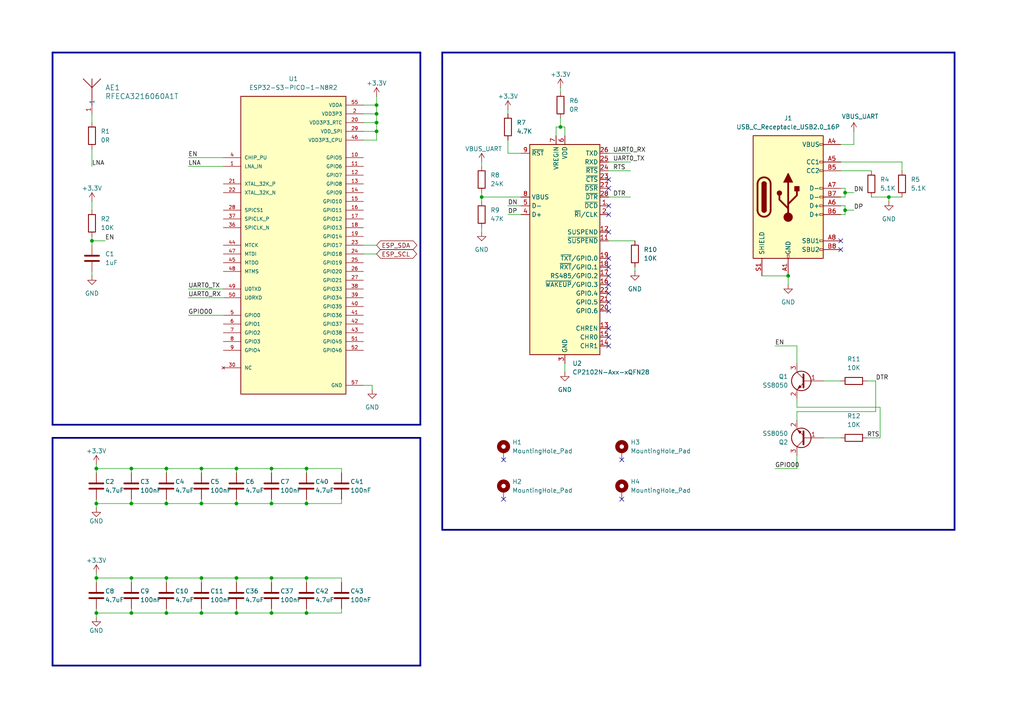
<source format=kicad_sch>
(kicad_sch (version 20250114) (generator "eeschema") (generator_version "9.0")
  (paper "A4")
  (lib_symbols
    (symbol "Connector:USB_C_Receptacle_USB2.0_16P" (pin_names (offset 1.016))
      (property "Reference" "J" (at 0 22.225 0))
      (property "Value" "USB_C_Receptacle_USB2.0_16P" (at 0 19.685 0))
      (symbol "USB_C_Receptacle_USB2.0_16P_0_0"
        (rectangle (start -0.254 -17.78) (end 0.254 -16.764))
        (rectangle (start 10.16 15.494) (end 9.144 14.986))
        (rectangle (start 10.16 10.414) (end 9.144 9.906))
        (rectangle (start 10.16 7.874) (end 9.144 7.366))
        (rectangle (start 10.16 2.794) (end 9.144 2.286))
        (rectangle (start 10.16 0.254) (end 9.144 -0.254))
        (rectangle (start 10.16 -2.286) (end 9.144 -2.794))
        (rectangle (start 10.16 -4.826) (end 9.144 -5.334))
        (rectangle (start 10.16 -12.446) (end 9.144 -12.954))
        (rectangle (start 10.16 -14.986) (end 9.144 -15.494))
      )
      (symbol "USB_C_Receptacle_USB2.0_16P_0_1"
        (rectangle (start -10.16 17.78) (end 10.16 -17.78) (stroke (width 0.254)) (fill (type background)))
        (polyline (pts (xy -8.89 -3.81) (xy -8.89 3.81)) (stroke (width 0.508)))
        (rectangle (start -7.62 -3.81) (end -6.35 3.81) (stroke (width 0.254)) (fill (type outline)))
        (arc (start -7.62 3.81) (mid -6.985 4.4423) (end -6.35 3.81) (stroke (width 0.254)))
        (arc (start -7.62 3.81) (mid -6.985 4.4423) (end -6.35 3.81) (stroke (width 0.254)) (fill (type outline)))
        (arc (start -8.89 3.81) (mid -6.985 5.7067) (end -5.08 3.81) (stroke (width 0.508)))
        (arc (start -5.08 -3.81) (mid -6.985 -5.7067) (end -8.89 -3.81) (stroke (width 0.508)))
        (arc (start -6.35 -3.81) (mid -6.985 -4.4423) (end -7.62 -3.81) (stroke (width 0.254)))
        (arc (start -6.35 -3.81) (mid -6.985 -4.4423) (end -7.62 -3.81) (stroke (width 0.254)) (fill (type outline)))
        (polyline (pts (xy -5.08 3.81) (xy -5.08 -3.81)) (stroke (width 0.508)))
        (circle (center -2.54 1.143) (radius 0.635) (stroke (width 0.254)) (fill (type outline)))
        (polyline (pts (xy -1.27 4.318) (xy 0 6.858) (xy 1.27 4.318) (xy -1.27 4.318)) (stroke (width 0.254)) (fill (type outline)))
        (polyline (pts (xy 0 -2.032) (xy 2.54 0.508) (xy 2.54 1.778)) (stroke (width 0.508)))
        (polyline (pts (xy 0 -3.302) (xy -2.54 -0.762) (xy -2.54 0.508)) (stroke (width 0.508)))
        (polyline (pts (xy 0 -5.842) (xy 0 4.318)) (stroke (width 0.508)))
        (circle (center 0 -5.842) (radius 1.27) (fill (type outline)))
        (rectangle (start 1.905 1.778) (end 3.175 3.048) (stroke (width 0.254)) (fill (type outline)))
      )
      (symbol "USB_C_Receptacle_USB2.0_16P_1_1"
        (pin passive line (at -7.62 -22.86 90) (length 5.08) (name "SHIELD") (number "S1"))
        (pin passive line (at 0 -22.86 90) (length 5.08) (name "GND") (number "A1"))
        (pin passive line (at 0 -22.86 90) (length 5.08) (hide yes) (name "GND") (number "A12"))
        (pin passive line (at 0 -22.86 90) (length 5.08) (hide yes) (name "GND") (number "B1"))
        (pin passive line (at 0 -22.86 90) (length 5.08) (hide yes) (name "GND") (number "B12"))
        (pin passive line (at 15.24 15.24 180) (length 5.08) (name "VBUS") (number "A4"))
        (pin passive line (at 15.24 15.24 180) (length 5.08) (hide yes) (name "VBUS") (number "A9"))
        (pin passive line (at 15.24 15.24 180) (length 5.08) (hide yes) (name "VBUS") (number "B4"))
        (pin passive line (at 15.24 15.24 180) (length 5.08) (hide yes) (name "VBUS") (number "B9"))
        (pin bidirectional line (at 15.24 10.16 180) (length 5.08) (name "CC1") (number "A5"))
        (pin bidirectional line (at 15.24 7.62 180) (length 5.08) (name "CC2") (number "B5"))
        (pin bidirectional line (at 15.24 2.54 180) (length 5.08) (name "D-") (number "A7"))
        (pin bidirectional line (at 15.24 0 180) (length 5.08) (name "D-") (number "B7"))
        (pin bidirectional line (at 15.24 -2.54 180) (length 5.08) (name "D+") (number "A6"))
        (pin bidirectional line (at 15.24 -5.08 180) (length 5.08) (name "D+") (number "B6"))
        (pin bidirectional line (at 15.24 -12.7 180) (length 5.08) (name "SBU1") (number "A8"))
        (pin bidirectional line (at 15.24 -15.24 180) (length 5.08) (name "SBU2") (number "B8"))
      )
    )
    (symbol "Device:C" (pin_numbers (hide yes)) (pin_names (offset 0.254))
      (property "Reference" "C" (at 0.635 2.54 0))
      (property "Value" "C" (at 0.635 -2.54 0))
      (symbol "C_0_1"
        (polyline (pts (xy -2.032 0.762) (xy 2.032 0.762)) (stroke (width 0.508)))
        (polyline (pts (xy -2.032 -0.762) (xy 2.032 -0.762)) (stroke (width 0.508)))
      )
      (symbol "C_1_1"
        (pin passive line (at 0 3.81 270) (length 2.794) (name "~") (number "1"))
        (pin passive line (at 0 -3.81 90) (length 2.794) (name "~") (number "2"))
      )
    )
    (symbol "Device:R" (pin_numbers (hide yes)) (pin_names (offset 0))
      (property "Reference" "R" (at 2.032 0 90))
      (property "Value" "R" (at 0 0 90))
      (symbol "R_0_1"
        (rectangle (start -1.016 -2.54) (end 1.016 2.54) (stroke (width 0.254)))
      )
      (symbol "R_1_1"
        (pin passive line (at 0 3.81 270) (length 1.27) (name "~") (number "1"))
        (pin passive line (at 0 -3.81 90) (length 1.27) (name "~") (number "2"))
      )
    )
    (symbol "ESP32-S3-PICO-1-N8R2:ESP32-S3-PICO-1-N8R2" (pin_names (offset 1.016))
      (property "Reference" "U" (at -15.24 43.942 0))
      (property "Value" "ESP32-S3-PICO-1-N8R2" (at -15.24 -45.72 0))
      (symbol "ESP32-S3-PICO-1-N8R2_0_0"
        (rectangle (start -15.24 -43.18) (end 15.24 43.18) (stroke (width 0.254)) (fill (type background)))
        (pin input line (at -20.32 25.4 0) (length 5.08) (name "CHIP_PU") (number "4"))
        (pin bidirectional line (at -20.32 22.86 0) (length 5.08) (name "LNA_IN") (number "1"))
        (pin bidirectional line (at -20.32 17.78 0) (length 5.08) (name "XTAL_32K_P") (number "21"))
        (pin bidirectional line (at -20.32 15.24 0) (length 5.08) (name "XTAL_32K_N") (number "22"))
        (pin bidirectional line (at -20.32 10.16 0) (length 5.08) (name "SPICS1") (number "28"))
        (pin bidirectional line (at -20.32 7.62 0) (length 5.08) (name "SPICLK_P") (number "37"))
        (pin bidirectional line (at -20.32 5.08 0) (length 5.08) (name "SPICLK_N") (number "36"))
        (pin bidirectional line (at -20.32 0 0) (length 5.08) (name "MTCK") (number "44"))
        (pin bidirectional line (at -20.32 -2.54 0) (length 5.08) (name "MTDI") (number "47"))
        (pin bidirectional line (at -20.32 -5.08 0) (length 5.08) (name "MTDO") (number "45"))
        (pin bidirectional line (at -20.32 -7.62 0) (length 5.08) (name "MTMS") (number "48"))
        (pin bidirectional line (at -20.32 -12.7 0) (length 5.08) (name "U0TXD") (number "49"))
        (pin bidirectional line (at -20.32 -15.24 0) (length 5.08) (name "U0RXD") (number "50"))
        (pin bidirectional line (at -20.32 -20.32 0) (length 5.08) (name "GPIO0") (number "5"))
        (pin bidirectional line (at -20.32 -22.86 0) (length 5.08) (name "GPIO1") (number "6"))
        (pin bidirectional line (at -20.32 -25.4 0) (length 5.08) (name "GPIO2") (number "7"))
        (pin bidirectional line (at -20.32 -27.94 0) (length 5.08) (name "GPIO3") (number "8"))
        (pin bidirectional line (at -20.32 -30.48 0) (length 5.08) (name "GPIO4") (number "9"))
        (pin no_connect line (at -20.32 -35.56 0) (length 5.08) (name "NC") (number "30"))
        (pin no_connect line (at -20.32 -35.56 0) (length 5.08) (hide yes) (name "NC") (number "31"))
        (pin no_connect line (at -20.32 -35.56 0) (length 5.08) (hide yes) (name "NC") (number "32"))
        (pin no_connect line (at -20.32 -35.56 0) (length 5.08) (hide yes) (name "NC") (number "33"))
        (pin no_connect line (at -20.32 -35.56 0) (length 5.08) (hide yes) (name "NC") (number "34"))
        (pin no_connect line (at -20.32 -35.56 0) (length 5.08) (hide yes) (name "NC") (number "35"))
        (pin no_connect line (at -20.32 -35.56 0) (length 5.08) (hide yes) (name "NC") (number "53"))
        (pin no_connect line (at -20.32 -35.56 0) (length 5.08) (hide yes) (name "NC") (number "54"))
        (pin power_in line (at 20.32 40.64 180) (length 5.08) (name "VDDA") (number "55"))
        (pin power_in line (at 20.32 40.64 180) (length 5.08) (hide yes) (name "VDDA") (number "56"))
        (pin power_in line (at 20.32 38.1 180) (length 5.08) (name "VDD3P3") (number "2"))
        (pin power_in line (at 20.32 38.1 180) (length 5.08) (hide yes) (name "VDD3P3") (number "3"))
        (pin power_in line (at 20.32 35.56 180) (length 5.08) (name "VDD3P3_RTC") (number "20"))
        (pin power_in line (at 20.32 33.02 180) (length 5.08) (name "VDD_SPI") (number "29"))
        (pin power_in line (at 20.32 30.48 180) (length 5.08) (name "VDD3P3_CPU") (number "46"))
        (pin bidirectional line (at 20.32 25.4 180) (length 5.08) (name "GPIO5") (number "10"))
        (pin bidirectional line (at 20.32 22.86 180) (length 5.08) (name "GPIO6") (number "11"))
        (pin bidirectional line (at 20.32 20.32 180) (length 5.08) (name "GPIO7") (number "12"))
        (pin bidirectional line (at 20.32 17.78 180) (length 5.08) (name "GPIO8") (number "13"))
        (pin bidirectional line (at 20.32 15.24 180) (length 5.08) (name "GPIO9") (number "14"))
        (pin bidirectional line (at 20.32 12.7 180) (length 5.08) (name "GPIO10") (number "15"))
        (pin bidirectional line (at 20.32 10.16 180) (length 5.08) (name "GPIO11") (number "16"))
        (pin bidirectional line (at 20.32 7.62 180) (length 5.08) (name "GPIO12") (number "17"))
        (pin bidirectional line (at 20.32 5.08 180) (length 5.08) (name "GPIO13") (number "18"))
        (pin bidirectional line (at 20.32 2.54 180) (length 5.08) (name "GPIO14") (number "19"))
        (pin bidirectional line (at 20.32 0 180) (length 5.08) (name "GPIO17") (number "23"))
        (pin bidirectional line (at 20.32 -2.54 180) (length 5.08) (name "GPIO18") (number "24"))
        (pin bidirectional line (at 20.32 -5.08 180) (length 5.08) (name "GPIO19") (number "25"))
        (pin bidirectional line (at 20.32 -7.62 180) (length 5.08) (name "GPIO20") (number "26"))
        (pin bidirectional line (at 20.32 -10.16 180) (length 5.08) (name "GPIO21") (number "27"))
        (pin bidirectional line (at 20.32 -12.7 180) (length 5.08) (name "GPIO33") (number "38"))
        (pin bidirectional line (at 20.32 -15.24 180) (length 5.08) (name "GPIO34") (number "39"))
        (pin bidirectional line (at 20.32 -17.78 180) (length 5.08) (name "GPIO35") (number "40"))
        (pin bidirectional line (at 20.32 -20.32 180) (length 5.08) (name "GPIO36") (number "41"))
        (pin bidirectional line (at 20.32 -22.86 180) (length 5.08) (name "GPIO37") (number "42"))
        (pin bidirectional line (at 20.32 -25.4 180) (length 5.08) (name "GPIO38") (number "43"))
        (pin bidirectional line (at 20.32 -27.94 180) (length 5.08) (name "GPIO45") (number "51"))
        (pin bidirectional line (at 20.32 -30.48 180) (length 5.08) (name "GPIO46") (number "52"))
        (pin power_in line (at 20.32 -40.64 180) (length 5.08) (name "GND") (number "57"))
      )
    )
    (symbol "Interface_USB:CP2102N-Axx-xQFN28"
      (property "Reference" "U" (at -8.89 31.75 0))
      (property "Value" "CP2102N-Axx-xQFN28" (at 12.7 31.75 0))
      (symbol "CP2102N-Axx-xQFN28_0_1"
        (rectangle (start -10.16 30.48) (end 10.16 -30.48) (stroke (width 0.254)) (fill (type background)))
      )
      (symbol "CP2102N-Axx-xQFN28_1_1"
        (pin input line (at -12.7 27.94 0) (length 2.54) (name "~{RST}") (number "9"))
        (pin input line (at -12.7 15.24 0) (length 2.54) (name "VBUS") (number "8"))
        (pin bidirectional line (at -12.7 12.7 0) (length 2.54) (name "D-") (number "5"))
        (pin bidirectional line (at -12.7 10.16 0) (length 2.54) (name "D+") (number "4"))
        (pin no_connect line (at -10.16 -27.94 0) (length 2.54) (hide yes) (name "NC") (number "10"))
        (pin power_in line (at -2.54 33.02 270) (length 2.54) (name "VREGIN") (number "7"))
        (pin power_in line (at 0 33.02 270) (length 2.54) (name "VDD") (number "6"))
        (pin passive line (at 0 -33.02 90) (length 2.54) (hide yes) (name "GND") (number "29"))
        (pin power_in line (at 0 -33.02 90) (length 2.54) (name "GND") (number "3"))
        (pin output line (at 12.7 27.94 180) (length 2.54) (name "TXD") (number "26"))
        (pin input line (at 12.7 25.4 180) (length 2.54) (name "RXD") (number "25"))
        (pin output line (at 12.7 22.86 180) (length 2.54) (name "~{RTS}") (number "24"))
        (pin input line (at 12.7 20.32 180) (length 2.54) (name "~{CTS}") (number "23"))
        (pin input line (at 12.7 17.78 180) (length 2.54) (name "~{DSR}") (number "27"))
        (pin output line (at 12.7 15.24 180) (length 2.54) (name "~{DTR}") (number "28"))
        (pin input line (at 12.7 12.7 180) (length 2.54) (name "~{DCD}") (number "1"))
        (pin bidirectional line (at 12.7 10.16 180) (length 2.54) (name "~{RI}/CLK") (number "2"))
        (pin output line (at 12.7 5.08 180) (length 2.54) (name "SUSPEND") (number "12"))
        (pin output line (at 12.7 2.54 180) (length 2.54) (name "~{SUSPEND}") (number "11"))
        (pin bidirectional line (at 12.7 -2.54 180) (length 2.54) (name "~{TXT}/GPIO.0") (number "19"))
        (pin bidirectional line (at 12.7 -5.08 180) (length 2.54) (name "~{RXT}/GPIO.1") (number "18"))
        (pin bidirectional line (at 12.7 -7.62 180) (length 2.54) (name "RS485/GPIO.2") (number "17"))
        (pin bidirectional line (at 12.7 -10.16 180) (length 2.54) (name "~{WAKEUP}/GPIO.3") (number "16"))
        (pin bidirectional line (at 12.7 -12.7 180) (length 2.54) (name "GPIO.4") (number "22"))
        (pin bidirectional line (at 12.7 -15.24 180) (length 2.54) (name "GPIO.5") (number "21"))
        (pin bidirectional line (at 12.7 -17.78 180) (length 2.54) (name "GPIO.6") (number "20"))
        (pin output line (at 12.7 -22.86 180) (length 2.54) (name "CHREN") (number "13"))
        (pin output line (at 12.7 -25.4 180) (length 2.54) (name "CHR0") (number "15"))
        (pin output line (at 12.7 -27.94 180) (length 2.54) (name "CHR1") (number "14"))
      )
    )
    (symbol "Mechanical:MountingHole_Pad" (pin_numbers (hide yes)) (pin_names (offset 1.016) (hide yes)) (in_bom no)
      (property "Reference" "H" (at 0 6.35 0))
      (property "Value" "MountingHole_Pad" (at 0 4.445 0))
      (symbol "MountingHole_Pad_0_1"
        (circle (center 0 1.27) (radius 1.27) (stroke (width 1.27)))
      )
      (symbol "MountingHole_Pad_1_1"
        (pin input line (at 0 -2.54 90) (length 2.54) (name "1") (number "1"))
      )
    )
    (symbol "Transistor_BJT:SS8050" (pin_names (offset 0) (hide yes))
      (property "Reference" "Q" (at 5.08 1.905 0))
      (property "Value" "SS8050" (at 5.08 0 0))
      (symbol "SS8050_0_1"
        (polyline (pts (xy 0.635 1.905) (xy 0.635 -1.905) (xy 0.635 -1.905)) (stroke (width 0.508)))
        (polyline (pts (xy 0.635 0.635) (xy 2.54 2.54)))
        (polyline (pts (xy 0.635 -0.635) (xy 2.54 -2.54) (xy 2.54 -2.54)))
        (circle (center 1.27 0) (radius 2.8194) (stroke (width 0.254)))
        (polyline (pts (xy 1.27 -1.778) (xy 1.778 -1.27) (xy 2.286 -2.286) (xy 1.27 -1.778) (xy 1.27 -1.778)) (fill (type outline)))
      )
      (symbol "SS8050_1_1"
        (pin input line (at -5.08 0 0) (length 5.715) (name "B") (number "1"))
        (pin passive line (at 2.54 5.08 270) (length 2.54) (name "C") (number "3"))
        (pin passive line (at 2.54 -5.08 90) (length 2.54) (name "E") (number "2"))
      )
    )
    (symbol "power:+3.3V" (power) (pin_numbers (hide yes)) (pin_names (offset 0) (hide yes))
      (property "Value" "+3.3V" (at 0 3.556 0))
      (symbol "+3.3V_0_1"
        (polyline (pts (xy -0.762 1.27) (xy 0 2.54)))
        (polyline (pts (xy 0 2.54) (xy 0.762 1.27)))
        (polyline (pts (xy 0 0) (xy 0 2.54)))
      )
      (symbol "+3.3V_1_1"
        (pin power_in line (at 0 0 90) (length 0) (name "~") (number "1"))
      )
    )
    (symbol "power:GND" (power) (pin_numbers (hide yes)) (pin_names (offset 0) (hide yes))
      (property "Value" "GND" (at 0 -3.81 0))
      (symbol "GND_0_1"
        (polyline (pts (xy 0 0) (xy 0 -1.27) (xy 1.27 -1.27) (xy 0 -2.54) (xy -1.27 -1.27) (xy 0 -1.27)))
      )
      (symbol "GND_1_1"
        (pin power_in line (at 0 0 270) (length 0) (name "~") (number "1"))
      )
    )
    (symbol "power:VBUS" (power) (pin_numbers (hide yes)) (pin_names (offset 0) (hide yes))
      (property "Value" "VBUS" (at 0 3.556 0))
      (symbol "VBUS_0_1"
        (polyline (pts (xy -0.762 1.27) (xy 0 2.54)))
        (polyline (pts (xy 0 2.54) (xy 0.762 1.27)))
        (polyline (pts (xy 0 0) (xy 0 2.54)))
      )
      (symbol "VBUS_1_1"
        (pin power_in line (at 0 0 90) (length 0) (name "~") (number "1"))
      )
    )
    (symbol "ul_RFECA3216060A1T:RFECA3216060A1T" (pin_names (offset 0.254))
      (property "Reference" "AE" (at 2.2606 6.985 0))
      (property "Value" "RFECA3216060A1T" (at 2.2606 3.175 0))
      (symbol "RFECA3216060A1T_0_1"
        (polyline (pts (xy -2.54 10.16) (xy 0 7.62)) (stroke (width 0.2032)))
        (polyline (pts (xy 0 10.16) (xy 0 7.62)) (stroke (width 0.2032)))
        (polyline (pts (xy 0 7.62) (xy 0 2.54)) (stroke (width 0.2032)))
        (polyline (pts (xy 0 7.62) (xy 2.54 10.16)) (stroke (width 0.2032)))
        (pin unspecified line (at 0 0 90) (length 2.54) (name "1") (number "1"))
      )
    )
  )
  (junction (at 139.7 57.15))
  (junction (at 48.26 167.64))
  (junction (at 58.42 135.89))
  (junction (at 78.74 135.89))
  (junction (at 38.1 167.64))
  (junction (at 27.94 167.64))
  (junction (at 27.94 177.8))
  (junction (at 88.9 177.8))
  (junction (at 38.1 135.89))
  (junction (at 68.58 177.8))
  (junction (at 27.94 135.89))
  (junction (at 68.58 135.89))
  (junction (at 58.42 167.64))
  (junction (at 88.9 135.89))
  (junction (at 257.81 57.15))
  (junction (at 48.26 177.8))
  (junction (at 38.1 146.05))
  (junction (at 48.26 146.05))
  (junction (at 27.94 146.05))
  (junction (at 58.42 177.8))
  (junction (at 48.26 135.89))
  (junction (at 68.58 146.05))
  (junction (at 68.58 167.64))
  (junction (at 88.9 167.64))
  (junction (at 109.22 38.1))
  (junction (at 245.11 55.88))
  (junction (at 228.6 80.01))
  (junction (at 26.67 69.85))
  (junction (at 78.74 146.05))
  (junction (at 109.22 33.02))
  (junction (at 162.56 36.83))
  (junction (at 109.22 35.56))
  (junction (at 245.11 60.96))
  (junction (at 78.74 177.8))
  (junction (at 78.74 167.64))
  (junction (at 58.42 146.05))
  (junction (at 88.9 146.05))
  (junction (at 38.1 177.8))
  (junction (at 109.22 30.48))
  (no_connect (at 243.84 72.39))
  (no_connect (at 180.34 144.78))
  (no_connect (at 176.53 54.61))
  (no_connect (at 243.84 69.85))
  (no_connect (at 176.53 90.17))
  (no_connect (at 176.53 85.09))
  (no_connect (at 146.05 133.35))
  (no_connect (at 176.53 59.69))
  (no_connect (at 180.34 133.35))
  (no_connect (at 176.53 52.07))
  (no_connect (at 146.05 144.78))
  (no_connect (at 176.53 80.01))
  (no_connect (at 176.53 100.33))
  (no_connect (at 176.53 82.55))
  (no_connect (at 176.53 97.79))
  (no_connect (at 176.53 74.93))
  (no_connect (at 176.53 87.63))
  (no_connect (at 176.53 95.25))
  (no_connect (at 176.53 67.31))
  (no_connect (at 176.53 62.23))
  (no_connect (at 176.53 77.47))
  (wire (pts (xy 58.42 146.05) (xy 68.58 146.05)))
  (wire (pts (xy 139.7 46.99) (xy 139.7 48.26)))
  (wire (pts (xy 48.26 144.78) (xy 48.26 146.05)))
  (wire (pts (xy 162.56 36.83) (xy 161.29 36.83)))
  (bus (pts (xy 276.86 15.24) (xy 276.86 153.67)) (stroke (width 0.508)))
  (wire (pts (xy 88.9 167.64) (xy 88.9 168.91)))
  (wire (pts (xy 27.94 176.53) (xy 27.94 177.8)))
  (wire (pts (xy 228.6 80.01) (xy 228.6 82.55)))
  (wire (pts (xy 58.42 177.8) (xy 48.26 177.8)))
  (wire (pts (xy 245.11 54.61) (xy 245.11 55.88)))
  (wire (pts (xy 176.53 46.99) (xy 182.88 46.99)))
  (wire (pts (xy 224.79 100.33) (xy 231.14 100.33)))
  (wire (pts (xy 99.06 176.53) (xy 99.06 177.8)))
  (wire (pts (xy 38.1 144.78) (xy 38.1 146.05)))
  (wire (pts (xy 176.53 57.15) (xy 182.88 57.15)))
  (wire (pts (xy 38.1 135.89) (xy 48.26 135.89)))
  (wire (pts (xy 68.58 144.78) (xy 68.58 146.05)))
  (bus (pts (xy 121.92 193.04) (xy 15.24 193.04)) (stroke (width 0.508)))
  (wire (pts (xy 139.7 55.88) (xy 139.7 57.15)))
  (wire (pts (xy 245.11 60.96) (xy 247.65 60.96)))
  (wire (pts (xy 78.74 177.8) (xy 88.9 177.8)))
  (wire (pts (xy 54.61 48.26) (xy 64.77 48.26)))
  (wire (pts (xy 231.14 118.11) (xy 255.27 118.11)))
  (wire (pts (xy 26.67 78.74) (xy 26.67 80.01)))
  (wire (pts (xy 245.11 55.88) (xy 247.65 55.88)))
  (wire (pts (xy 27.94 135.89) (xy 38.1 135.89)))
  (wire (pts (xy 38.1 167.64) (xy 38.1 168.91)))
  (wire (pts (xy 176.53 44.45) (xy 182.88 44.45)))
  (wire (pts (xy 78.74 135.89) (xy 88.9 135.89)))
  (wire (pts (xy 27.94 135.89) (xy 27.94 137.16)))
  (wire (pts (xy 151.13 44.45) (xy 147.32 44.45)))
  (wire (pts (xy 78.74 137.16) (xy 78.74 135.89)))
  (wire (pts (xy 162.56 25.4) (xy 162.56 26.67)))
  (wire (pts (xy 27.94 146.05) (xy 27.94 147.32)))
  (wire (pts (xy 247.65 38.1) (xy 247.65 41.91)))
  (wire (pts (xy 147.32 31.75) (xy 147.32 33.02)))
  (bus (pts (xy 276.86 153.67) (xy 128.27 153.67)) (stroke (width 0.508)))
  (wire (pts (xy 176.53 49.53) (xy 182.88 49.53)))
  (wire (pts (xy 161.29 36.83) (xy 161.29 39.37)))
  (bus (pts (xy 128.27 15.24) (xy 128.27 153.67)) (stroke (width 0.508)))
  (wire (pts (xy 26.67 69.85) (xy 26.67 71.12)))
  (wire (pts (xy 238.76 110.49) (xy 243.84 110.49)))
  (wire (pts (xy 68.58 167.64) (xy 78.74 167.64)))
  (wire (pts (xy 88.9 135.89) (xy 99.06 135.89)))
  (wire (pts (xy 231.14 105.41) (xy 231.14 100.33)))
  (wire (pts (xy 38.1 146.05) (xy 48.26 146.05)))
  (wire (pts (xy 58.42 176.53) (xy 58.42 177.8)))
  (wire (pts (xy 26.67 43.18) (xy 26.67 48.26)))
  (wire (pts (xy 58.42 137.16) (xy 58.42 135.89)))
  (wire (pts (xy 245.11 60.96) (xy 245.11 62.23)))
  (wire (pts (xy 99.06 144.78) (xy 99.06 146.05)))
  (wire (pts (xy 27.94 177.8) (xy 27.94 179.07)))
  (wire (pts (xy 58.42 167.64) (xy 68.58 167.64)))
  (wire (pts (xy 107.95 111.76) (xy 107.95 113.03)))
  (wire (pts (xy 26.67 58.42) (xy 26.67 60.96)))
  (wire (pts (xy 257.81 57.15) (xy 261.62 57.15)))
  (wire (pts (xy 147.32 44.45) (xy 147.32 40.64)))
  (wire (pts (xy 254 119.38) (xy 254 110.49)))
  (wire (pts (xy 255.27 127) (xy 251.46 127)))
  (wire (pts (xy 109.22 33.02) (xy 109.22 30.48)))
  (wire (pts (xy 105.41 30.48) (xy 109.22 30.48)))
  (wire (pts (xy 105.41 33.02) (xy 109.22 33.02)))
  (wire (pts (xy 48.26 176.53) (xy 48.26 177.8)))
  (wire (pts (xy 58.42 135.89) (xy 68.58 135.89)))
  (wire (pts (xy 231.14 121.92) (xy 231.14 119.38)))
  (wire (pts (xy 105.41 73.66) (xy 109.22 73.66)))
  (wire (pts (xy 48.26 135.89) (xy 48.26 137.16)))
  (wire (pts (xy 26.67 68.58) (xy 26.67 69.85)))
  (wire (pts (xy 105.41 38.1) (xy 109.22 38.1)))
  (wire (pts (xy 78.74 176.53) (xy 78.74 177.8)))
  (wire (pts (xy 68.58 135.89) (xy 78.74 135.89)))
  (wire (pts (xy 109.22 30.48) (xy 109.22 27.94)))
  (bus (pts (xy 121.92 123.19) (xy 15.24 123.19)) (stroke (width 0.508)))
  (wire (pts (xy 99.06 137.16) (xy 99.06 135.89)))
  (wire (pts (xy 88.9 144.78) (xy 88.9 146.05)))
  (wire (pts (xy 105.41 71.12) (xy 109.22 71.12)))
  (wire (pts (xy 245.11 55.88) (xy 245.11 57.15)))
  (wire (pts (xy 48.26 167.64) (xy 58.42 167.64)))
  (wire (pts (xy 78.74 146.05) (xy 88.9 146.05)))
  (wire (pts (xy 68.58 167.64) (xy 68.58 168.91)))
  (wire (pts (xy 58.42 168.91) (xy 58.42 167.64)))
  (wire (pts (xy 27.94 166.37) (xy 27.94 167.64)))
  (wire (pts (xy 109.22 40.64) (xy 109.22 38.1)))
  (wire (pts (xy 78.74 167.64) (xy 88.9 167.64)))
  (wire (pts (xy 247.65 41.91) (xy 243.84 41.91)))
  (bus (pts (xy 121.92 127) (xy 121.92 193.04)) (stroke (width 0.508)))
  (wire (pts (xy 27.94 146.05) (xy 38.1 146.05)))
  (wire (pts (xy 58.42 144.78) (xy 58.42 146.05)))
  (wire (pts (xy 68.58 177.8) (xy 78.74 177.8)))
  (wire (pts (xy 78.74 168.91) (xy 78.74 167.64)))
  (wire (pts (xy 139.7 57.15) (xy 139.7 58.42)))
  (wire (pts (xy 27.94 177.8) (xy 38.1 177.8)))
  (wire (pts (xy 68.58 146.05) (xy 78.74 146.05)))
  (wire (pts (xy 163.83 105.41) (xy 163.83 107.95)))
  (wire (pts (xy 162.56 34.29) (xy 162.56 36.83)))
  (wire (pts (xy 88.9 146.05) (xy 99.06 146.05)))
  (wire (pts (xy 78.74 144.78) (xy 78.74 146.05)))
  (wire (pts (xy 54.61 91.44) (xy 64.77 91.44)))
  (wire (pts (xy 26.67 69.85) (xy 30.48 69.85)))
  (wire (pts (xy 48.26 167.64) (xy 48.26 168.91)))
  (wire (pts (xy 238.76 127) (xy 243.84 127)))
  (wire (pts (xy 139.7 66.04) (xy 139.7 67.31)))
  (wire (pts (xy 243.84 54.61) (xy 245.11 54.61)))
  (wire (pts (xy 243.84 49.53) (xy 252.73 49.53)))
  (wire (pts (xy 105.41 111.76) (xy 107.95 111.76)))
  (wire (pts (xy 147.32 59.69) (xy 151.13 59.69)))
  (wire (pts (xy 139.7 57.15) (xy 151.13 57.15)))
  (wire (pts (xy 243.84 46.99) (xy 261.62 46.99)))
  (wire (pts (xy 27.94 134.62) (xy 27.94 135.89)))
  (wire (pts (xy 88.9 135.89) (xy 88.9 137.16)))
  (bus (pts (xy 128.27 15.24) (xy 276.86 15.24)) (stroke (width 0.508)))
  (wire (pts (xy 88.9 176.53) (xy 88.9 177.8)))
  (wire (pts (xy 261.62 46.99) (xy 261.62 49.53)))
  (wire (pts (xy 27.94 167.64) (xy 38.1 167.64)))
  (wire (pts (xy 243.84 57.15) (xy 245.11 57.15)))
  (wire (pts (xy 54.61 45.72) (xy 64.77 45.72)))
  (wire (pts (xy 88.9 177.8) (xy 99.06 177.8)))
  (wire (pts (xy 38.1 177.8) (xy 48.26 177.8)))
  (bus (pts (xy 15.24 15.24) (xy 121.92 15.24)) (stroke (width 0.508)))
  (wire (pts (xy 38.1 176.53) (xy 38.1 177.8)))
  (wire (pts (xy 245.11 59.69) (xy 245.11 60.96)))
  (wire (pts (xy 176.53 69.85) (xy 184.15 69.85)))
  (wire (pts (xy 255.27 118.11) (xy 255.27 127)))
  (wire (pts (xy 220.98 80.01) (xy 228.6 80.01)))
  (wire (pts (xy 147.32 62.23) (xy 151.13 62.23)))
  (wire (pts (xy 254 110.49) (xy 251.46 110.49)))
  (wire (pts (xy 109.22 38.1) (xy 109.22 35.56)))
  (wire (pts (xy 38.1 137.16) (xy 38.1 135.89)))
  (wire (pts (xy 27.94 144.78) (xy 27.94 146.05)))
  (wire (pts (xy 224.79 135.89) (xy 231.14 135.89)))
  (wire (pts (xy 105.41 35.56) (xy 109.22 35.56)))
  (wire (pts (xy 231.14 115.57) (xy 231.14 118.11)))
  (wire (pts (xy 54.61 86.36) (xy 64.77 86.36)))
  (wire (pts (xy 48.26 146.05) (xy 58.42 146.05)))
  (wire (pts (xy 163.83 36.83) (xy 162.56 36.83)))
  (bus (pts (xy 121.92 15.24) (xy 121.92 123.19)) (stroke (width 0.508)))
  (wire (pts (xy 231.14 119.38) (xy 254 119.38)))
  (wire (pts (xy 105.41 40.64) (xy 109.22 40.64)))
  (wire (pts (xy 48.26 167.64) (xy 38.1 167.64)))
  (wire (pts (xy 68.58 135.89) (xy 68.58 137.16)))
  (bus (pts (xy 15.24 127) (xy 15.24 193.04)) (stroke (width 0.508)))
  (wire (pts (xy 54.61 83.82) (xy 64.77 83.82)))
  (wire (pts (xy 88.9 167.64) (xy 99.06 167.64)))
  (wire (pts (xy 99.06 168.91) (xy 99.06 167.64)))
  (bus (pts (xy 15.24 127) (xy 121.92 127)) (stroke (width 0.508)))
  (wire (pts (xy 58.42 177.8) (xy 68.58 177.8)))
  (wire (pts (xy 26.67 33.02) (xy 26.67 35.56)))
  (wire (pts (xy 243.84 62.23) (xy 245.11 62.23)))
  (wire (pts (xy 231.14 132.08) (xy 231.14 135.89)))
  (bus (pts (xy 15.24 15.24) (xy 15.24 123.19)) (stroke (width 0.508)))
  (wire (pts (xy 184.15 77.47) (xy 184.15 78.74)))
  (wire (pts (xy 252.73 57.15) (xy 257.81 57.15)))
  (wire (pts (xy 48.26 135.89) (xy 58.42 135.89)))
  (wire (pts (xy 243.84 59.69) (xy 245.11 59.69)))
  (wire (pts (xy 109.22 35.56) (xy 109.22 33.02)))
  (wire (pts (xy 27.94 167.64) (xy 27.94 168.91)))
  (wire (pts (xy 163.83 39.37) (xy 163.83 36.83)))
  (wire (pts (xy 257.81 57.15) (xy 257.81 58.42)))
  (wire (pts (xy 68.58 176.53) (xy 68.58 177.8)))
  (label "DN" (at 147.32 59.69 0))
  (label "EN" (at 54.61 45.72 0))
  (label "DP" (at 147.32 62.23 0))
  (label "GPIO00" (at 54.61 91.44 0))
  (label "RTS" (at 177.8 49.53 0))
  (label "EN" (at 30.48 69.85 0))
  (label "RTS" (at 251.46 127 0))
  (label "DTR" (at 177.8 57.15 0))
  (label "UART0_RX" (at 177.8 44.45 0))
  (label "UART0_RX" (at 54.61 86.36 0))
  (label "UART0_TX" (at 54.61 83.82 0))
  (label "GPIO00" (at 224.79 135.89 0))
  (label "DP" (at 247.65 60.96 0))
  (label "DTR" (at 254 110.49 0))
  (label "DN" (at 247.65 55.88 0))
  (label "UART0_TX" (at 177.8 46.99 0))
  (label "EN" (at 224.79 100.33 0))
  (label "LNA" (at 26.67 48.26 0))
  (label "LNA" (at 54.61 48.26 0))
  (global_label "ESP_SDA" (shape bidirectional) (at 109.22 71.12 0) (property "Intersheetrefs" "${INTERSHEET_REFS}" (effects (hide yes))))
  (global_label "ESP_SCL" (shape bidirectional) (at 109.22 73.66 0) (property "Intersheetrefs" "${INTERSHEET_REFS}" (effects (hide yes))))
  (symbol (lib_id "Device:C") (at 48.26 140.97 0) (unit 1)
    (property "Reference" "C4" (at 50.8 139.7 0) (effects (justify left)))
    (property "Value" "4.7uF" (at 50.8 142.24 0) (effects (justify left)))
    (property "Footprint" "Capacitor_SMD:C_0402_1005Metric" (effects (hide yes)))
    (property "Description" "Unpolarized capacitor" (effects (hide yes)))
  )
  (symbol (lib_id "Device:C") (at 68.58 140.97 0) (unit 1)
    (property "Reference" "C6" (at 71.12 139.7 0) (effects (justify left)))
    (property "Value" "4.7uF" (at 71.12 142.24 0) (effects (justify left)))
    (property "Footprint" "Capacitor_SMD:C_0402_1005Metric" (effects (hide yes)))
    (property "Description" "Unpolarized capacitor" (effects (hide yes)))
  )
  (symbol (lib_id "power:VBUS") (at 139.7 46.99 0) (unit 1)
    (property "Reference" "#PWR08" (effects (hide yes)))
    (property "Value" "VBUS_UART" (at 134.874 43.18 0) (effects (justify left)))
    (property "Description" "Power symbol creates a global label with name \"VBUS\"" (effects (hide yes)))
  )
  (symbol (lib_id "Mechanical:MountingHole_Pad") (at 146.05 142.24 0) (unit 1) (in_bom no)
    (property "Reference" "H2" (at 148.59 139.6999 0) (effects (justify left)))
    (property "Value" "MountingHole_Pad" (at 148.59 142.2399 0) (effects (justify left)))
    (property "Footprint" "MountingHole:MountingHole_3.2mm_M3_Pad_Via" (effects (hide yes)))
    (property "Description" "Mounting Hole with connection" (effects (hide yes)))
  )
  (symbol (lib_id "Device:R") (at 252.73 53.34 180) (unit 1)
    (property "Reference" "R4" (at 255.27 52.0699 0) (effects (justify right)))
    (property "Value" "5.1K" (at 255.27 54.6099 0) (effects (justify right)))
    (property "Footprint" "Capacitor_SMD:C_0402_1005Metric" (effects (hide yes)))
    (property "Description" "Resistor" (effects (hide yes)))
  )
  (symbol (lib_id "power:GND") (at 228.6 82.55 0) (unit 1)
    (property "Reference" "#PWR011" (effects (hide yes)))
    (property "Value" "GND" (at 228.6 87.63 0))
    (property "Description" "Power symbol creates a global label with name \"GND\" , ground" (effects (hide yes)))
  )
  (symbol (lib_id "Device:C") (at 68.58 172.72 0) (unit 1)
    (property "Reference" "C36" (at 71.12 171.45 0) (effects (justify left)))
    (property "Value" "4.7uF" (at 71.12 173.99 0) (effects (justify left)))
    (property "Footprint" "Capacitor_SMD:C_0402_1005Metric" (effects (hide yes)))
    (property "Description" "Unpolarized capacitor" (effects (hide yes)))
  )
  (symbol (lib_id "power:GND") (at 139.7 67.31 0) (unit 1)
    (property "Reference" "#PWR016" (effects (hide yes)))
    (property "Value" "GND" (at 139.7 72.39 0))
    (property "Description" "Power symbol creates a global label with name \"GND\" , ground" (effects (hide yes)))
  )
  (symbol (lib_id "Device:C") (at 27.94 140.97 0) (unit 1)
    (property "Reference" "C2" (at 30.48 139.7 0) (effects (justify left)))
    (property "Value" "4.7uF" (at 30.48 142.24 0) (effects (justify left)))
    (property "Footprint" "Capacitor_SMD:C_0402_1005Metric" (effects (hide yes)))
    (property "Description" "Unpolarized capacitor" (effects (hide yes)))
  )
  (symbol (lib_id "Device:C") (at 99.06 172.72 0) (unit 1)
    (property "Reference" "C43" (at 101.6 171.45 0) (effects (justify left)))
    (property "Value" "100nF" (at 101.6 173.99 0) (effects (justify left)))
    (property "Footprint" "Capacitor_SMD:C_0402_1005Metric" (effects (hide yes)))
    (property "Description" "Unpolarized capacitor" (effects (hide yes)))
  )
  (symbol (lib_id "power:+3.3V") (at 162.56 25.4 0) (unit 1)
    (property "Reference" "#PWR012" (effects (hide yes)))
    (property "Value" "+3.3V" (at 162.56 21.59 0))
    (property "Description" "Power symbol creates a global label with name \"+3.3V\"" (effects (hide yes)))
  )
  (symbol (lib_id "Device:C") (at 38.1 140.97 0) (unit 1)
    (property "Reference" "C3" (at 40.64 139.7 0) (effects (justify left)))
    (property "Value" "100nF" (at 40.64 142.24 0) (effects (justify left)))
    (property "Footprint" "Capacitor_SMD:C_0402_1005Metric" (effects (hide yes)))
    (property "Description" "Unpolarized capacitor" (effects (hide yes)))
  )
  (symbol (lib_id "Device:R") (at 261.62 53.34 180) (unit 1)
    (property "Reference" "R5" (at 264.16 52.0699 0) (effects (justify right)))
    (property "Value" "5.1K" (at 264.16 54.6099 0) (effects (justify right)))
    (property "Footprint" "Capacitor_SMD:C_0402_1005Metric" (effects (hide yes)))
    (property "Description" "Resistor" (effects (hide yes)))
  )
  (symbol (lib_id "Device:R") (at 184.15 73.66 180) (unit 1)
    (property "Reference" "R10" (at 186.69 72.3899 0) (effects (justify right)))
    (property "Value" "10K" (at 186.69 74.9299 0) (effects (justify right)))
    (property "Footprint" "Capacitor_SMD:C_0402_1005Metric" (effects (hide yes)))
    (property "Description" "Resistor" (effects (hide yes)))
  )
  (symbol (lib_id "Device:C") (at 58.42 140.97 0) (unit 1)
    (property "Reference" "C5" (at 60.96 139.7 0) (effects (justify left)))
    (property "Value" "100nF" (at 60.96 142.24 0) (effects (justify left)))
    (property "Footprint" "Capacitor_SMD:C_0402_1005Metric" (effects (hide yes)))
    (property "Description" "Unpolarized capacitor" (effects (hide yes)))
  )
  (symbol (lib_id "power:+3.3V") (at 27.94 166.37 0) (unit 1)
    (property "Reference" "#PWR037" (effects (hide yes)))
    (property "Value" "+3.3V" (at 27.94 162.56 0))
    (property "Description" "Power symbol creates a global label with name \"+3.3V\"" (effects (hide yes)))
  )
  (symbol (lib_id "Device:C") (at 27.94 172.72 0) (unit 1)
    (property "Reference" "C8" (at 30.48 171.45 0) (effects (justify left)))
    (property "Value" "4.7uF" (at 30.48 173.99 0) (effects (justify left)))
    (property "Footprint" "Capacitor_SMD:C_0402_1005Metric" (effects (hide yes)))
    (property "Description" "Unpolarized capacitor" (effects (hide yes)))
  )
  (symbol (lib_id "Device:C") (at 99.06 140.97 0) (unit 1)
    (property "Reference" "C41" (at 101.6 139.7001 0) (effects (justify left)))
    (property "Value" "100nF" (at 101.6 142.24 0) (effects (justify left)))
    (property "Footprint" "Capacitor_SMD:C_0402_1005Metric" (effects (hide yes)))
    (property "Description" "Unpolarized capacitor" (effects (hide yes)))
  )
  (symbol (lib_id "power:GND") (at 26.67 80.01 0) (unit 1)
    (property "Reference" "#PWR03" (effects (hide yes)))
    (property "Value" "GND" (at 26.67 85.09 0))
    (property "Description" "Power symbol creates a global label with name \"GND\" , ground" (effects (hide yes)))
  )
  (symbol (lib_id "Mechanical:MountingHole_Pad") (at 180.34 142.24 0) (unit 1) (in_bom no)
    (property "Reference" "H4" (at 182.88 139.6999 0) (effects (justify left)))
    (property "Value" "MountingHole_Pad" (at 182.88 142.2399 0) (effects (justify left)))
    (property "Footprint" "MountingHole:MountingHole_3.2mm_M3_Pad_Via" (effects (hide yes)))
    (property "Description" "Mounting Hole with connection" (effects (hide yes)))
  )
  (symbol (lib_id "Device:C") (at 88.9 140.97 0) (unit 1)
    (property "Reference" "C40" (at 91.44 139.7 0) (effects (justify left)))
    (property "Value" "4.7uF" (at 91.44 142.24 0) (effects (justify left)))
    (property "Footprint" "Capacitor_SMD:C_0402_1005Metric" (effects (hide yes)))
    (property "Description" "Unpolarized capacitor" (effects (hide yes)))
  )
  (symbol (lib_id "power:GND") (at 27.94 147.32 0) (unit 1)
    (property "Reference" "#PWR06" (effects (hide yes)))
    (property "Value" "GND" (at 27.94 151.13 0))
    (property "Description" "Power symbol creates a global label with name \"GND\" , ground" (effects (hide yes)))
  )
  (symbol (lib_id "Transistor_BJT:SS8050") (at 233.68 127 180) (unit 1)
    (property "Reference" "Q2" (at 228.6 128.2701 0) (effects (justify left)))
    (property "Value" "SS8050" (at 228.6 125.7301 0) (effects (justify left)))
    (property "Footprint" "Package_TO_SOT_SMD:SOT-23" (effects (hide yes)))
    (property "Datasheet" "http://www.secosgmbh.com/datasheet/products/SSMPTransistor/SOT-23/SS8050.pdf" (effects (hide yes)))
    (property "Description" "General Purpose NPN Transistor, 1.5A Ic, 25V Vce, SOT-23" (effects (hide yes)))
  )
  (symbol (lib_id "power:+3.3V") (at 27.94 134.62 0) (unit 1)
    (property "Reference" "#PWR05" (effects (hide yes)))
    (property "Value" "+3.3V" (at 27.94 130.81 0))
    (property "Description" "Power symbol creates a global label with name \"+3.3V\"" (effects (hide yes)))
  )
  (symbol (lib_id "Mechanical:MountingHole_Pad") (at 146.05 130.81 0) (unit 1) (in_bom no)
    (property "Reference" "H1" (at 148.59 128.2699 0) (effects (justify left)))
    (property "Value" "MountingHole_Pad" (at 148.59 130.8099 0) (effects (justify left)))
    (property "Footprint" "MountingHole:MountingHole_3.2mm_M3_Pad_Via" (effects (hide yes)))
    (property "Description" "Mounting Hole with connection" (effects (hide yes)))
  )
  (symbol (lib_id "Device:R") (at 26.67 39.37 0) (unit 1)
    (property "Reference" "R1" (at 29.21 38.0999 0) (effects (justify left)))
    (property "Value" "0R" (at 29.21 40.6399 0) (effects (justify left)))
    (property "Footprint" "Capacitor_SMD:C_0402_1005Metric" (effects (hide yes)))
    (property "Description" "Resistor" (effects (hide yes)))
  )
  (symbol (lib_id "power:+3.3V") (at 109.22 27.94 0) (unit 1)
    (property "Reference" "#PWR02" (effects (hide yes)))
    (property "Value" "+3.3V" (at 109.22 24.13 0))
    (property "Description" "Power symbol creates a global label with name \"+3.3V\"" (effects (hide yes)))
  )
  (symbol (lib_id "Device:C") (at 38.1 172.72 0) (unit 1)
    (property "Reference" "C9" (at 40.64 171.45 0) (effects (justify left)))
    (property "Value" "100nF" (at 40.64 173.99 0) (effects (justify left)))
    (property "Footprint" "Capacitor_SMD:C_0402_1005Metric" (effects (hide yes)))
    (property "Description" "Unpolarized capacitor" (effects (hide yes)))
  )
  (symbol (lib_id "Interface_USB:CP2102N-Axx-xQFN28") (at 163.83 72.39 0) (unit 1)
    (property "Reference" "U2" (at 166.0241 105.41 0) (effects (justify left)))
    (property "Value" "CP2102N-Axx-xQFN28" (at 166.0241 107.95 0) (effects (justify left)))
    (property "Footprint" "Package_DFN_QFN:QFN-28-1EP_5x5mm_P0.5mm_EP3.35x3.35mm" (effects (hide yes)))
    (property "Datasheet" "https://www.silabs.com/documents/public/data-sheets/cp2102n-datasheet.pdf" (effects (hide yes)))
    (property "Description" "USB to UART master bridge, QFN-28" (effects (hide yes)))
  )
  (symbol (lib_id "Device:R") (at 139.7 62.23 180) (unit 1)
    (property "Reference" "R9" (at 142.24 60.9599 0) (effects (justify right)))
    (property "Value" "47K" (at 142.24 63.4999 0) (effects (justify right)))
    (property "Footprint" "Capacitor_SMD:C_0402_1005Metric" (effects (hide yes)))
    (property "Description" "Resistor" (effects (hide yes)))
  )
  (symbol (lib_id "Device:R") (at 26.67 64.77 0) (unit 1)
    (property "Reference" "R2" (at 29.21 63.4999 0) (effects (justify left)))
    (property "Value" "10K" (at 29.21 66.0399 0) (effects (justify left)))
    (property "Footprint" "Capacitor_SMD:C_0402_1005Metric" (effects (hide yes)))
    (property "Description" "Resistor" (effects (hide yes)))
  )
  (symbol (lib_id "Device:C") (at 78.74 140.97 0) (unit 1)
    (property "Reference" "C7" (at 81.28 139.7001 0) (effects (justify left)))
    (property "Value" "100nF" (at 81.28 142.24 0) (effects (justify left)))
    (property "Footprint" "Capacitor_SMD:C_0402_1005Metric" (effects (hide yes)))
    (property "Description" "Unpolarized capacitor" (effects (hide yes)))
  )
  (symbol (lib_id "Mechanical:MountingHole_Pad") (at 180.34 130.81 0) (unit 1) (in_bom no)
    (property "Reference" "H3" (at 182.88 128.2699 0) (effects (justify left)))
    (property "Value" "MountingHole_Pad" (at 182.88 130.8099 0) (effects (justify left)))
    (property "Footprint" "MountingHole:MountingHole_3.2mm_M3_Pad_Via" (effects (hide yes)))
    (property "Description" "Mounting Hole with connection" (effects (hide yes)))
  )
  (symbol (lib_id "Device:C") (at 26.67 74.93 0) (unit 1)
    (property "Reference" "C1" (at 30.48 73.6599 0) (effects (justify left)))
    (property "Value" "1uF" (at 30.48 76.1999 0) (effects (justify left)))
    (property "Footprint" "Capacitor_SMD:C_0402_1005Metric" (effects (hide yes)))
    (property "Description" "Unpolarized capacitor" (effects (hide yes)))
  )
  (symbol (lib_id "power:GND") (at 163.83 107.95 0) (unit 1)
    (property "Reference" "#PWR015" (effects (hide yes)))
    (property "Value" "GND" (at 163.83 113.03 0))
    (property "Description" "Power symbol creates a global label with name \"GND\" , ground" (effects (hide yes)))
  )
  (symbol (lib_id "power:VBUS") (at 247.65 38.1 0) (unit 1)
    (property "Reference" "#PWR07" (effects (hide yes)))
    (property "Value" "VBUS_UART" (at 244.094 33.782 0) (effects (justify left)))
    (property "Description" "Power symbol creates a global label with name \"VBUS\"" (effects (hide yes)))
  )
  (symbol (lib_id "ESP32-S3-PICO-1-N8R2:ESP32-S3-PICO-1-N8R2") (at 85.09 71.12 0) (unit 1)
    (property "Reference" "U1" (at 85.09 22.86 0))
    (property "Value" "ESP32-S3-PICO-1-N8R2" (at 85.09 25.4 0))
    (property "Footprint" "ESP32-S3-PICO-1-N8R2:PQFN40P700X700X106-57N" (effects (hide yes)))
    (property "MF" "Espressif Systems" (effects (hide yes)))
    (property "SNAPEDA_PACKAGE_ID" "123998" (effects (hide yes)))
    (property "Package" "TFQFN-56 Espressif Systems" (effects (hide yes)))
    (property "Price" "None" (effects (hide yes)))
    (property "Check_prices" "https://www.snapeda.com/parts/ESP32-S3-PICO-1-N8R2/Espressif+Systems/view-part/?ref=eda" (effects (hide yes)))
    (property "STANDARD" "Manufacturer Recommendations" (effects (hide yes)))
    (property "PARTREV" "1.0" (effects (hide yes)))
    (property "SnapEDA_Link" "https://www.snapeda.com/parts/ESP32-S3-PICO-1-N8R2/Espressif+Systems/view-part/?ref=snap" (effects (hide yes)))
    (property "MP" "ESP32-S3-PICO-1-N8R2" (effects (hide yes)))
    (property "Purchase-URL" "https://www.snapeda.com/api/url_track_click_mouser/?unipart_id=13905153&manufacturer=Espressif Systems&part_name=ESP32-S3-PICO-1-N8R2&search_term=esp32-s3-pico-1" (effects (hide yes)))
    (property "Description_1" "RF System on a Chip - SoC System-in-Package (SiP) device that is based on ESP32-S3, 2.4 GHz Wi-Fi and Bluetooth" (effects (hide yes)))
    (property "MANUFACTURER" "Espressif Systems" (effects (hide yes)))
    (property "Availability" "In Stock" (effects (hide yes)))
    (property "MAXIMUM_PACKAGE_HEIGHT" "1.060mm" (effects (hide yes)))
  )
  (symbol (lib_id "power:+3.3V") (at 147.32 31.75 0) (unit 1)
    (property "Reference" "#PWR013" (effects (hide yes)))
    (property "Value" "+3.3V" (at 147.32 27.94 0))
    (property "Description" "Power symbol creates a global label with name \"+3.3V\"" (effects (hide yes)))
  )
  (symbol (lib_id "power:GND") (at 184.15 78.74 0) (unit 1)
    (property "Reference" "#PWR017" (effects (hide yes)))
    (property "Value" "GND" (at 184.15 83.82 0))
    (property "Description" "Power symbol creates a global label with name \"GND\" , ground" (effects (hide yes)))
  )
  (symbol (lib_id "Device:R") (at 139.7 52.07 180) (unit 1)
    (property "Reference" "R8" (at 142.24 50.7999 0) (effects (justify right)))
    (property "Value" "24K" (at 142.24 53.3399 0) (effects (justify right)))
    (property "Footprint" "Capacitor_SMD:C_0402_1005Metric" (effects (hide yes)))
    (property "Description" "Resistor" (effects (hide yes)))
  )
  (symbol (lib_id "Connector:USB_C_Receptacle_USB2.0_16P") (at 228.6 57.15 0) (unit 1)
    (property "Reference" "J1" (at 228.6 34.29 0))
    (property "Value" "USB_C_Receptacle_USB2.0_16P" (at 228.6 36.83 0))
    (property "Footprint" "Connector_USB:USB_C_Receptacle_GCT_USB4105-xx-A_16P_TopMnt_Horizontal" (effects (hide yes)))
    (property "Datasheet" "https://www.usb.org/sites/default/files/documents/usb_type-c.zip" (effects (hide yes)))
    (property "Description" "USB 2.0-only 16P Type-C Receptacle connector" (effects (hide yes)))
  )
  (symbol (lib_id "power:+3.3V") (at 26.67 58.42 0) (unit 1)
    (property "Reference" "#PWR04" (effects (hide yes)))
    (property "Value" "+3.3V" (at 26.67 54.61 0))
    (property "Description" "Power symbol creates a global label with name \"+3.3V\"" (effects (hide yes)))
  )
  (symbol (lib_id "Device:R") (at 247.65 110.49 270) (unit 1)
    (property "Reference" "R11" (at 247.65 104.14 90))
    (property "Value" "10K" (at 247.65 106.68 90))
    (property "Footprint" "Capacitor_SMD:C_0402_1005Metric" (effects (hide yes)))
    (property "Description" "Resistor" (effects (hide yes)))
  )
  (symbol (lib_id "power:GND") (at 27.94 179.07 0) (unit 1)
    (property "Reference" "#PWR038" (effects (hide yes)))
    (property "Value" "GND" (at 27.94 182.88 0))
    (property "Description" "Power symbol creates a global label with name \"GND\" , ground" (effects (hide yes)))
  )
  (symbol (lib_id "Transistor_BJT:SS8050") (at 233.68 110.49 0) (mirror y) (unit 1)
    (property "Reference" "Q1" (at 228.6 109.2199 0) (effects (justify left)))
    (property "Value" "SS8050" (at 228.6 111.7599 0) (effects (justify left)))
    (property "Footprint" "Package_TO_SOT_SMD:SOT-23" (effects (hide yes)))
    (property "Datasheet" "http://www.secosgmbh.com/datasheet/products/SSMPTransistor/SOT-23/SS8050.pdf" (effects (hide yes)))
    (property "Description" "General Purpose NPN Transistor, 1.5A Ic, 25V Vce, SOT-23" (effects (hide yes)))
  )
  (symbol (lib_id "Device:C") (at 78.74 172.72 0) (unit 1)
    (property "Reference" "C37" (at 81.28 171.45 0) (effects (justify left)))
    (property "Value" "100nF" (at 81.28 173.99 0) (effects (justify left)))
    (property "Footprint" "Capacitor_SMD:C_0402_1005Metric" (effects (hide yes)))
    (property "Description" "Unpolarized capacitor" (effects (hide yes)))
  )
  (symbol (lib_id "Device:C") (at 48.26 172.72 0) (unit 1)
    (property "Reference" "C10" (at 50.8 171.45 0) (effects (justify left)))
    (property "Value" "4.7uF" (at 50.8 173.99 0) (effects (justify left)))
    (property "Footprint" "Capacitor_SMD:C_0402_1005Metric" (effects (hide yes)))
    (property "Description" "Unpolarized capacitor" (effects (hide yes)))
  )
  (symbol (lib_id "power:GND") (at 257.81 58.42 0) (unit 1)
    (property "Reference" "#PWR010" (effects (hide yes)))
    (property "Value" "GND" (at 257.81 63.5 0))
    (property "Description" "Power symbol creates a global label with name \"GND\" , ground" (effects (hide yes)))
  )
  (symbol (lib_id "Device:R") (at 147.32 36.83 180) (unit 1)
    (property "Reference" "R7" (at 149.86 35.5599 0) (effects (justify right)))
    (property "Value" "4.7K" (at 149.86 38.0999 0) (effects (justify right)))
    (property "Footprint" "Capacitor_SMD:C_0402_1005Metric" (effects (hide yes)))
    (property "Description" "Resistor" (effects (hide yes)))
  )
  (symbol (lib_id "Device:R") (at 247.65 127 270) (unit 1)
    (property "Reference" "R12" (at 247.65 120.65 90))
    (property "Value" "10K" (at 247.65 123.19 90))
    (property "Footprint" "Capacitor_SMD:C_0402_1005Metric" (effects (hide yes)))
    (property "Description" "Resistor" (effects (hide yes)))
  )
  (symbol (lib_id "ul_RFECA3216060A1T:RFECA3216060A1T") (at 26.67 33.02 0) (unit 1)
    (property "Reference" "AE1" (at 30.48 25.3999 0) (effects (font (size 1.524 1.524)) (justify left)))
    (property "Value" "RFECA3216060A1T" (at 30.48 27.9399 0) (effects (font (size 1.524 1.524)) (justify left)))
    (property "Footprint" "RFECA3216060A1T:ANT_16060A1T_WAL" (effects (hide yes)))
    (property "Datasheet" "RFECA3216060A1T" (effects (hide yes)))
  )
  (symbol (lib_id "Device:C") (at 88.9 172.72 0) (unit 1)
    (property "Reference" "C42" (at 91.44 171.45 0) (effects (justify left)))
    (property "Value" "4.7uF" (at 91.44 173.99 0) (effects (justify left)))
    (property "Footprint" "Capacitor_SMD:C_0402_1005Metric" (effects (hide yes)))
    (property "Description" "Unpolarized capacitor" (effects (hide yes)))
  )
  (symbol (lib_id "power:GND") (at 107.95 113.03 0) (unit 1)
    (property "Reference" "#PWR01" (effects (hide yes)))
    (property "Value" "GND" (at 107.95 118.11 0))
    (property "Description" "Power symbol creates a global label with name \"GND\" , ground" (effects (hide yes)))
  )
  (symbol (lib_id "Device:R") (at 162.56 30.48 180) (unit 1)
    (property "Reference" "R6" (at 165.1 29.2099 0) (effects (justify right)))
    (property "Value" "0R" (at 165.1 31.7499 0) (effects (justify right)))
    (property "Footprint" "Capacitor_SMD:C_0402_1005Metric" (effects (hide yes)))
    (property "Description" "Resistor" (effects (hide yes)))
  )
  (symbol (lib_id "Device:C") (at 58.42 172.72 0) (unit 1)
    (property "Reference" "C11" (at 60.96 171.45 0) (effects (justify left)))
    (property "Value" "100nF" (at 60.96 173.99 0) (effects (justify left)))
    (property "Footprint" "Capacitor_SMD:C_0402_1005Metric" (effects (hide yes)))
    (property "Description" "Unpolarized capacitor" (effects (hide yes)))
  )
)
</source>
